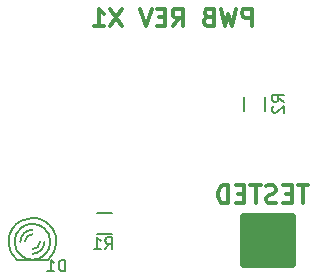
<source format=gbr>
G04 #@! TF.FileFunction,Legend,Bot*
%FSLAX46Y46*%
G04 Gerber Fmt 4.6, Leading zero omitted, Abs format (unit mm)*
G04 Created by KiCad (PCBNEW 4.0.1-stable) date 6/18/2016 3:55:33 PM*
%MOMM*%
G01*
G04 APERTURE LIST*
%ADD10C,0.150000*%
%ADD11C,0.300000*%
%ADD12C,0.650000*%
%ADD13C,0.304800*%
G04 APERTURE END LIST*
D10*
D11*
X26454856Y-8171571D02*
X26454856Y-6671571D01*
X25883428Y-6671571D01*
X25740570Y-6743000D01*
X25669142Y-6814429D01*
X25597713Y-6957286D01*
X25597713Y-7171571D01*
X25669142Y-7314429D01*
X25740570Y-7385857D01*
X25883428Y-7457286D01*
X26454856Y-7457286D01*
X25097713Y-6671571D02*
X24740570Y-8171571D01*
X24454856Y-7100143D01*
X24169142Y-8171571D01*
X23811999Y-6671571D01*
X22740570Y-7385857D02*
X22526284Y-7457286D01*
X22454856Y-7528714D01*
X22383427Y-7671571D01*
X22383427Y-7885857D01*
X22454856Y-8028714D01*
X22526284Y-8100143D01*
X22669142Y-8171571D01*
X23240570Y-8171571D01*
X23240570Y-6671571D01*
X22740570Y-6671571D01*
X22597713Y-6743000D01*
X22526284Y-6814429D01*
X22454856Y-6957286D01*
X22454856Y-7100143D01*
X22526284Y-7243000D01*
X22597713Y-7314429D01*
X22740570Y-7385857D01*
X23240570Y-7385857D01*
X19740570Y-8171571D02*
X20240570Y-7457286D01*
X20597713Y-8171571D02*
X20597713Y-6671571D01*
X20026285Y-6671571D01*
X19883427Y-6743000D01*
X19811999Y-6814429D01*
X19740570Y-6957286D01*
X19740570Y-7171571D01*
X19811999Y-7314429D01*
X19883427Y-7385857D01*
X20026285Y-7457286D01*
X20597713Y-7457286D01*
X19097713Y-7385857D02*
X18597713Y-7385857D01*
X18383427Y-8171571D02*
X19097713Y-8171571D01*
X19097713Y-6671571D01*
X18383427Y-6671571D01*
X17954856Y-6671571D02*
X17454856Y-8171571D01*
X16954856Y-6671571D01*
X15454856Y-6671571D02*
X14454856Y-8171571D01*
X14454856Y-6671571D02*
X15454856Y-8171571D01*
X13097714Y-8171571D02*
X13954857Y-8171571D01*
X13526285Y-8171571D02*
X13526285Y-6671571D01*
X13669142Y-6885857D01*
X13812000Y-7028714D01*
X13954857Y-7100143D01*
D10*
X9144000Y-27990800D02*
X6604000Y-27990800D01*
X6898473Y-25245136D02*
G75*
G02X7874000Y-24892000I975527J-1170864D01*
G01*
X7874469Y-24893889D02*
G75*
G02X8884920Y-25278080I-469J-1522111D01*
G01*
X7873966Y-27938147D02*
G75*
G02X6883400Y-27571700I34J1522147D01*
G01*
X8849527Y-27586864D02*
G75*
G02X7874000Y-27940000I-975527J1170864D01*
G01*
X6986845Y-27655166D02*
G75*
G02X6350000Y-26416000I887155J1239166D01*
G01*
X6350000Y-26415199D02*
G75*
G02X6959600Y-25196800I1524000J-801D01*
G01*
X9396206Y-26416442D02*
G75*
G02X8808720Y-27617420I-1522206J442D01*
G01*
X8810171Y-25213436D02*
G75*
G02X9398000Y-26416000I-936171J-1202564D01*
G01*
X7239000Y-26416000D02*
G75*
G02X7874000Y-25781000I635000J0D01*
G01*
X6858000Y-26416000D02*
G75*
G02X7874000Y-25400000I1016000J0D01*
G01*
X8509000Y-26416000D02*
G75*
G02X7874000Y-27051000I-635000J0D01*
G01*
X8890000Y-26416000D02*
G75*
G02X7874000Y-27432000I-1016000J0D01*
G01*
X6570574Y-27974880D02*
G75*
G02X5842000Y-26416000I1303426J1558880D01*
G01*
X5844540Y-26415025D02*
G75*
G02X6918960Y-24625300I2029460J-975D01*
G01*
X9903386Y-26418552D02*
G75*
G02X9184640Y-27965400I-2029386J2552D01*
G01*
X8883851Y-24652701D02*
G75*
G02X9906000Y-26416000I-1009851J-1763299D01*
G01*
X6910653Y-24626870D02*
G75*
G02X7874000Y-24384000I963347J-1789130D01*
G01*
X7874100Y-24385077D02*
G75*
G02X8938260Y-24686260I-100J-2030923D01*
G01*
X25795000Y-14132000D02*
X25795000Y-15332000D01*
X27545000Y-15332000D02*
X27545000Y-14132000D01*
X13370000Y-25767000D02*
X14570000Y-25767000D01*
X14570000Y-24017000D02*
X13370000Y-24017000D01*
D12*
X29813000Y-28289000D02*
X29813000Y-24289000D01*
X29813000Y-24289000D02*
X25813000Y-24289000D01*
X25813000Y-24289000D02*
X25813000Y-28289000D01*
X25813000Y-24289000D02*
X29813000Y-24289000D01*
X25813000Y-24789000D02*
X29813000Y-24789000D01*
X25813000Y-25289000D02*
X29813000Y-25289000D01*
X25813000Y-25789000D02*
X29813000Y-25789000D01*
X25813000Y-26289000D02*
X29813000Y-26289000D01*
X25813000Y-26789000D02*
X29813000Y-26789000D01*
X25813000Y-27289000D02*
X29813000Y-27289000D01*
X25813000Y-28289000D02*
X29813000Y-28289000D01*
X25813000Y-27789000D02*
X29813000Y-27789000D01*
D10*
X25813000Y-28289000D02*
X29813000Y-28289000D01*
X29813000Y-28289000D02*
X29813000Y-24289000D01*
X29813000Y-24289000D02*
X25813000Y-24289000D01*
X25813000Y-24289000D02*
X25813000Y-28289000D01*
X10654095Y-28930381D02*
X10654095Y-27930381D01*
X10416000Y-27930381D01*
X10273142Y-27978000D01*
X10177904Y-28073238D01*
X10130285Y-28168476D01*
X10082666Y-28358952D01*
X10082666Y-28501810D01*
X10130285Y-28692286D01*
X10177904Y-28787524D01*
X10273142Y-28882762D01*
X10416000Y-28930381D01*
X10654095Y-28930381D01*
X9130285Y-28930381D02*
X9701714Y-28930381D01*
X9416000Y-28930381D02*
X9416000Y-27930381D01*
X9511238Y-28073238D01*
X9606476Y-28168476D01*
X9701714Y-28216095D01*
X29154381Y-14565334D02*
X28678190Y-14232000D01*
X29154381Y-13993905D02*
X28154381Y-13993905D01*
X28154381Y-14374858D01*
X28202000Y-14470096D01*
X28249619Y-14517715D01*
X28344857Y-14565334D01*
X28487714Y-14565334D01*
X28582952Y-14517715D01*
X28630571Y-14470096D01*
X28678190Y-14374858D01*
X28678190Y-13993905D01*
X28249619Y-14946286D02*
X28202000Y-14993905D01*
X28154381Y-15089143D01*
X28154381Y-15327239D01*
X28202000Y-15422477D01*
X28249619Y-15470096D01*
X28344857Y-15517715D01*
X28440095Y-15517715D01*
X28582952Y-15470096D01*
X29154381Y-14898667D01*
X29154381Y-15517715D01*
X14030166Y-27048381D02*
X14363500Y-26572190D01*
X14601595Y-27048381D02*
X14601595Y-26048381D01*
X14220642Y-26048381D01*
X14125404Y-26096000D01*
X14077785Y-26143619D01*
X14030166Y-26238857D01*
X14030166Y-26381714D01*
X14077785Y-26476952D01*
X14125404Y-26524571D01*
X14220642Y-26572190D01*
X14601595Y-26572190D01*
X13077785Y-27048381D02*
X13649214Y-27048381D01*
X13363500Y-27048381D02*
X13363500Y-26048381D01*
X13458738Y-26191238D01*
X13553976Y-26286476D01*
X13649214Y-26334095D01*
D13*
X31187571Y-21644429D02*
X30316714Y-21644429D01*
X30752143Y-23168429D02*
X30752143Y-21644429D01*
X29808714Y-22370143D02*
X29300714Y-22370143D01*
X29083000Y-23168429D02*
X29808714Y-23168429D01*
X29808714Y-21644429D01*
X29083000Y-21644429D01*
X28502428Y-23095857D02*
X28284714Y-23168429D01*
X27921857Y-23168429D01*
X27776714Y-23095857D01*
X27704143Y-23023286D01*
X27631571Y-22878143D01*
X27631571Y-22733000D01*
X27704143Y-22587857D01*
X27776714Y-22515286D01*
X27921857Y-22442714D01*
X28212143Y-22370143D01*
X28357285Y-22297571D01*
X28429857Y-22225000D01*
X28502428Y-22079857D01*
X28502428Y-21934714D01*
X28429857Y-21789571D01*
X28357285Y-21717000D01*
X28212143Y-21644429D01*
X27849285Y-21644429D01*
X27631571Y-21717000D01*
X27196142Y-21644429D02*
X26325285Y-21644429D01*
X26760714Y-23168429D02*
X26760714Y-21644429D01*
X25817285Y-22370143D02*
X25309285Y-22370143D01*
X25091571Y-23168429D02*
X25817285Y-23168429D01*
X25817285Y-21644429D01*
X25091571Y-21644429D01*
X24438428Y-23168429D02*
X24438428Y-21644429D01*
X24075571Y-21644429D01*
X23857856Y-21717000D01*
X23712714Y-21862143D01*
X23640142Y-22007286D01*
X23567571Y-22297571D01*
X23567571Y-22515286D01*
X23640142Y-22805571D01*
X23712714Y-22950714D01*
X23857856Y-23095857D01*
X24075571Y-23168429D01*
X24438428Y-23168429D01*
M02*

</source>
